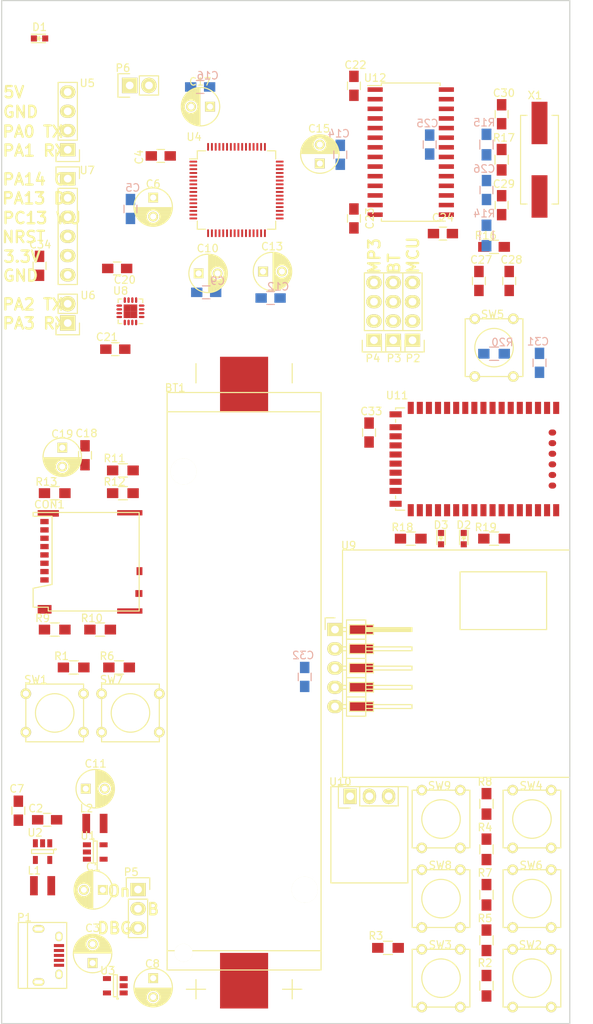
<source format=kicad_pcb>
(kicad_pcb (version 4) (host pcbnew 4.0.2-stable)
  (title_block (title "SenseWalk2: Minimalistic version") (rev 1) (company "University of Central Florida\\nSenior Design G23\\nBenoit Brummer\\n\\n\\n"))
  (layers (0 F.Cu signal) (1 In1.Cu power) (2 In2.Cu power) (31 B.Cu signal) (34 B.Paste user) (35 F.Paste user) (36 B.SilkS user) (37 F.SilkS user) (38 B.Mask user) (39 F.Mask user) (44 Edge.Cuts user))
  (net 0 "")
  (net 1 GND)
  (net 2 +BATT)
  (net 3 +5V)
  (net 4 +3V3)
  (net 5 PD2_SD-CMD)
  (net 6 PC10_SD-D2)
  (net 7 PC11_SD-D3)
  (net 8 PC12_SD-CK)
  (net 9 PC8_SD-D0)
  (net 10 PC9_SD-D1)
  (net 11 PA15_SD-DET)
  (net 12 "Net-(L2-Pad1)")
  (net 13 /in5)
  (net 14 /in6)
  (net 15 /in7)
  (net 16 /in8)
  (net 17 /in1)
  (net 18 /in2)
  (net 19 /in3)
  (net 20 /in4)
  (net 21 PC13_dbg)
  (net 22 NRST)
  (net 23 PC0_MP3-SCL)
  (net 24 PC1_MP3-SDA)
  (net 25 PC2_MAG-MISO)
  (net 26 PA0_las)
  (net 27 PA1_las)
  (net 28 PA2_UART)
  (net 29 PA3_UART)
  (net 30 PA4_BTpcm-Sync)
  (net 31 PA5_MP3-SCK)
  (net 32 PA6_BT-RTS)
  (net 33 PA7_MP3-SDI)
  (net 34 PC4_BT-RX)
  (net 35 PC5_BT-TX)
  (net 36 PB1_BT-CTS)
  (net 37 PB2_BT-GP2)
  (net 38 PB10_MAG-SPC)
  (net 39 "Net-(D1-Pad2)")
  (net 40 PB12_MAG-INT)
  (net 41 PB13_MAG-TRIG)
  (net 42 PB14_MP3-RST)
  (net 43 PB15_MAG-MOSI)
  (net 44 PC6_MP3-DR)
  (net 45 PA9_GPS-RX)
  (net 46 PA13_dbg)
  (net 47 PA14_dbg)
  (net 48 PB3_BTpcm-CLK)
  (net 49 PB5_BTpcm-IN)
  (net 50 PB7_GPS-TX)
  (net 51 PB9_MAG-CS)
  (net 52 "Net-(P4-Pad4)")
  (net 53 "Net-(P4-Pad1)")
  (net 54 "Net-(P4-Pad2)")
  (net 55 "Net-(C26-Pad1)")
  (net 56 "Net-(C28-Pad1)")
  (net 57 "Net-(C29-Pad1)")
  (net 58 "Net-(C27-Pad1)")
  (net 59 "Net-(D2-Pad2)")
  (net 60 "Net-(D2-Pad1)")
  (net 61 "Net-(D3-Pad2)")
  (net 62 "Net-(D3-Pad1)")
  (net 63 "Net-(P3-Pad1)")
  (net 64 "Net-(P3-Pad2)")
  (net 65 "Net-(P3-Pad3)")
  (net 66 "Net-(P3-Pad4)")
  (net 67 "Net-(L1-Pad2)")
  (net 68 "Net-(C3-Pad2)")
  (net 69 "Net-(C26-Pad2)")
  (net 70 "Net-(C30-Pad1)")
  (net 71 PB0_mic)
  (net 72 PB11_BT-GP9)
  (net 73 x-in-1)
  (net 74 x-in-2)
  (net 75 /3VEN)
  (net 76 /5VEN)
  (module con-trougnouf:18650BatteryHolder (layer F.Cu) (at 69 173 270)
    (fp_text reference BT1 (at -81.9 9.1 360) (layer F.SilkS))
    (fp_text value Battery)
    (pad "" np_thru_hole oval (at -70.87 8 270) (size 3.45 3.45) (drill 3.45) (layers *.Cu *.Mask F.SilkS))
    (pad 1 smd rect (at -3.67 0 270) (size 7.34 6.35) (layers F.Cu F.Paste F.Mask) (net 2 +BATT))
    (pad 2 smd rect (at -82.33 0 270) (size 7.34 6.35) (layers F.Cu F.Paste F.Mask) (net 1 GND))
    (pad "" np_thru_hole oval (at -7.34 8 270) (size 2.39 2.39) (drill 2.39) (layers *.Cu *.Mask F.SilkS))
    (pad "" np_thru_hole oval (at -15.67 -8 270) (size 3.45 3.45) (drill 3.45) (layers *.Cu *.Mask F.SilkS))
  )
  (module Capacitors_ThroughHole:C_Radial_D5_L11_P2.5 (layer F.Cu) (at 50.35 157.35 180)
    (fp_text reference C1 (at 1.25 3.05 180) (layer F.SilkS))
    (fp_text value 10uF)
    (pad 1 thru_hole rect (at 0 0 180) (size 1.3 1.3) (drill 0.8) (layers *.Cu *.Mask F.SilkS) (net 75 /3VEN))
    (pad 2 thru_hole circle (at 2.5 0 180) (size 1.3 1.3) (drill 0.8) (layers *.Cu *.Mask F.SilkS) (net 1 GND))
  )
  (module con-trougnouf:MicroSD (layer F.Cu) (at 42.65 112.05 90)
    (fp_text reference CON1 (at 5.55 0.65 180) (layer F.SilkS))
    (fp_text value uSD_Card)
    (pad 6 smd rect (at -2.2 0 90) (size 0.7 1.1) (layers F.Cu F.Paste F.Mask) (net 1 GND))
    (pad 3 smd rect (at 1.1 0 90) (size 0.7 1.1) (layers F.Cu F.Paste F.Mask) (net 5 PD2_SD-CMD))
    (pad ~ smd rect (at 4.38 0.5 90) (size 0.86 2.8) (layers F.Cu F.Paste F.Mask))
    (pad 1 smd rect (at 3.3 0 90) (size 0.7 1.1) (layers F.Cu F.Paste F.Mask) (net 6 PC10_SD-D2))
    (pad 2 smd rect (at 2.2 0 90) (size 0.7 1.1) (layers F.Cu F.Paste F.Mask) (net 7 PC11_SD-D3))
    (pad 4 smd rect (at 0 0 90) (size 0.7 1.1) (layers F.Cu F.Paste F.Mask) (net 4 +3V3))
    (pad 5 smd rect (at -1.1 0 90) (size 0.7 1.1) (layers F.Cu F.Paste F.Mask) (net 8 PC12_SD-CK))
    (pad 7 smd rect (at -3.3 0 90) (size 0.7 1.1) (layers F.Cu F.Paste F.Mask) (net 9 PC8_SD-D0))
    (pad 8 smd rect (at -4.4 0 90) (size 0.7 1.1) (layers F.Cu F.Paste F.Mask) (net 10 PC9_SD-D1))
    (pad ~ smd rect (at -8.28 0.015 90) (size 1.14 1.83) (layers F.Cu F.Paste F.Mask))
    (pad ~ smd rect (at -8.5 11.265 90) (size 0.7 3.33) (layers F.Cu F.Paste F.Mask))
    (pad 6 smd rect (at -6.19 12.465 90) (size 0.9 0.93) (layers F.Cu F.Paste F.Mask) (net 1 GND))
    (pad 9 smd rect (at -3.24 12.54 90) (size 1.05 0.78) (layers F.Cu F.Paste F.Mask) (net 11 PA15_SD-DET))
    (pad ~ smd rect (at 4.46 11.265 90) (size 0.7 3.33) (layers F.Cu F.Paste F.Mask))
  )
  (module BT:RN-52 (layer F.Cu) (at 102 100.5 270)
    (fp_text reference U11 (at -8.4 12.8 360) (layer F.SilkS))
    (fp_text value RN-52)
    (pad 28 smd rect (at 6.75 11 270) (size 1.6 0.8) (layers F.Cu F.Paste F.Mask))
    (pad 27 smd rect (at 5.9 13 270) (size 0.8 1.6) (layers F.Cu F.Paste F.Mask) (net 1 GND))
    (pad 19 smd rect (at -4.2 13 270) (size 0.8 1.6) (layers F.Cu F.Paste F.Mask))
    (pad 1 smd rect (at -6.75 -8.2 270) (size 1.6 0.8) (layers F.Cu F.Paste F.Mask) (net 1 GND))
    (pad 2 smd rect (at -6.75 -7 270) (size 1.6 0.8) (layers F.Cu F.Paste F.Mask) (net 37 PB2_BT-GP2))
    (pad 3 smd rect (at -6.75 -5.8 270) (size 1.6 0.8) (layers F.Cu F.Paste F.Mask))
    (pad 4 smd rect (at -6.75 -4.6 270) (size 1.6 0.8) (layers F.Cu F.Paste F.Mask))
    (pad 5 smd rect (at -6.75 -3.4 270) (size 1.6 0.8) (layers F.Cu F.Paste F.Mask))
    (pad 6 smd rect (at -6.75 -2.2 270) (size 1.6 0.8) (layers F.Cu F.Paste F.Mask))
    (pad 7 smd rect (at -6.75 -1 270) (size 1.6 0.8) (layers F.Cu F.Paste F.Mask))
    (pad 8 smd rect (at -6.75 0.2 270) (size 1.6 0.8) (layers F.Cu F.Paste F.Mask))
    (pad 9 smd rect (at -6.75 1.4 270) (size 1.6 0.8) (layers F.Cu F.Paste F.Mask))
    (pad 10 smd rect (at -6.75 2.6 270) (size 1.6 0.8) (layers F.Cu F.Paste F.Mask))
    (pad 11 smd rect (at -6.75 3.8 270) (size 1.6 0.8) (layers F.Cu F.Paste F.Mask) (net 72 PB11_BT-GP9))
    (pad 12 smd rect (at -6.75 5 270) (size 1.6 0.8) (layers F.Cu F.Paste F.Mask))
    (pad 13 smd rect (at -6.75 6.2 270) (size 1.6 0.8) (layers F.Cu F.Paste F.Mask))
    (pad 14 smd rect (at -6.75 7.4 270) (size 1.6 0.8) (layers F.Cu F.Paste F.Mask) (net 32 PA6_BT-RTS))
    (pad 15 smd rect (at -6.75 8.6 270) (size 1.6 0.8) (layers F.Cu F.Paste F.Mask) (net 36 PB1_BT-CTS))
    (pad 16 smd rect (at -6.75 9.8 270) (size 1.6 0.8) (layers F.Cu F.Paste F.Mask) (net 35 PC5_BT-TX))
    (pad 17 smd rect (at -6.75 11 270) (size 1.6 0.8) (layers F.Cu F.Paste F.Mask) (net 34 PC4_BT-RX))
    (pad 18 smd rect (at -5.9 13 270) (size 0.8 1.6) (layers F.Cu F.Paste F.Mask) (net 1 GND))
    (pad 20 smd rect (at -3 13 270) (size 0.8 1.6) (layers F.Cu F.Paste F.Mask))
    (pad 21 smd rect (at -1.8 13 270) (size 0.8 1.6) (layers F.Cu F.Paste F.Mask) (net 4 +3V3))
    (pad 22 smd rect (at -0.6 13 270) (size 0.8 1.6) (layers F.Cu F.Paste F.Mask) (net 4 +3V3))
    (pad 23 smd rect (at 0.6 13 270) (size 0.8 1.6) (layers F.Cu F.Paste F.Mask) (net 66 "Net-(P3-Pad4)"))
    (pad 24 smd rect (at 1.8 13 270) (size 0.8 1.6) (layers F.Cu F.Paste F.Mask) (net 65 "Net-(P3-Pad3)"))
    (pad 25 smd rect (at 3 13 270) (size 0.8 1.6) (layers F.Cu F.Paste F.Mask) (net 64 "Net-(P3-Pad2)"))
    (pad 26 smd rect (at 4.2 13 270) (size 0.8 1.6) (layers F.Cu F.Paste F.Mask) (net 63 "Net-(P3-Pad1)"))
    (pad 29 smd rect (at 6.75 9.8 270) (size 1.6 0.8) (layers F.Cu F.Paste F.Mask))
    (pad 30 smd rect (at 6.75 8.6 270) (size 1.6 0.8) (layers F.Cu F.Paste F.Mask))
    (pad 31 smd rect (at 6.75 7.4 270) (size 1.6 0.8) (layers F.Cu F.Paste F.Mask))
    (pad 32 smd rect (at 6.75 6.2 270) (size 1.6 0.8) (layers F.Cu F.Paste F.Mask) (net 62 "Net-(D3-Pad1)"))
    (pad 33 smd rect (at 6.75 5 270) (size 1.6 0.8) (layers F.Cu F.Paste F.Mask) (net 60 "Net-(D2-Pad1)"))
    (pad 34 smd rect (at 6.75 3.8 270) (size 1.6 0.8) (layers F.Cu F.Paste F.Mask))
    (pad 35 smd rect (at 6.75 2.6 270) (size 1.6 0.8) (layers F.Cu F.Paste F.Mask))
    (pad 36 smd rect (at 6.75 1.4 270) (size 1.6 0.8) (layers F.Cu F.Paste F.Mask))
    (pad 37 smd rect (at 6.75 0.2 270) (size 1.6 0.8) (layers F.Cu F.Paste F.Mask))
    (pad 38 smd rect (at 6.75 -1 270) (size 1.6 0.8) (layers F.Cu F.Paste F.Mask))
    (pad 39 smd rect (at 6.75 -2.2 270) (size 1.6 0.8) (layers F.Cu F.Paste F.Mask) (net 1 GND))
    (pad 40 smd rect (at 6.75 -3.4 270) (size 1.6 0.8) (layers F.Cu F.Paste F.Mask))
    (pad 41 smd rect (at 6.75 -4.6 270) (size 1.6 0.8) (layers F.Cu F.Paste F.Mask))
    (pad 42 smd rect (at 6.75 -5.8 270) (size 1.6 0.8) (layers F.Cu F.Paste F.Mask))
    (pad 43 smd rect (at 6.75 -7 270) (size 1.6 0.8) (layers F.Cu F.Paste F.Mask))
    (pad 44 smd rect (at 6.75 -8.2 270) (size 1.6 0.8) (layers F.Cu F.Paste F.Mask) (net 1 GND))
    (pad 45 smd oval (at 3.5 -7.7 270) (size 0.8 1) (layers F.Cu F.Paste F.Mask) (net 1 GND))
    (pad 46 smd oval (at 2.1 -7.7 270) (size 0.8 1) (layers F.Cu F.Paste F.Mask) (net 1 GND))
    (pad 47 smd oval (at 0.7 -7.7 270) (size 0.8 1) (layers F.Cu F.Paste F.Mask) (net 1 GND))
    (pad 48 smd oval (at -0.7 -7.7 270) (size 0.8 1) (layers F.Cu F.Paste F.Mask) (net 1 GND))
    (pad 49 smd oval (at -2.1 -7.7 270) (size 0.8 1) (layers F.Cu F.Paste F.Mask) (net 1 GND))
    (pad 50 smd oval (at -3.5 -7.7 270) (size 0.8 1) (layers F.Cu F.Paste F.Mask) (net 1 GND))
  )
  (module Capacitors_ThroughHole:C_Radial_D5_L11_P2.5 (layer F.Cu) (at 49 167 90)
    (fp_text reference C3 (at 4.6 0 180) (layer F.SilkS))
    (fp_text value 1uF)
    (pad 1 thru_hole rect (at 0 0 90) (size 1.3 1.3) (drill 0.8) (layers *.Cu *.Mask F.SilkS) (net 1 GND))
    (pad 2 thru_hole circle (at 2.5 0 90) (size 1.3 1.3) (drill 0.8) (layers *.Cu *.Mask F.SilkS) (net 68 "Net-(C3-Pad2)"))
  )
  (module Capacitors_SMD:C_0805_HandSoldering (layer F.Cu) (at 58 60.5)
    (fp_text reference C4 (at -2.85 0.15 90) (layer F.SilkS))
    (fp_text value 0.1uF)
    (pad 1 smd rect (at -1.25 0) (size 1.5 1.25) (layers F.Cu F.Paste F.Mask) (net 1 GND))
    (pad 2 smd rect (at 1.25 0) (size 1.5 1.25) (layers F.Cu F.Paste F.Mask) (net 4 +3V3))
  )
  (module Capacitors_ThroughHole:C_Radial_D5_L11_P2.5 (layer F.Cu) (at 57 66 270)
    (fp_text reference C6 (at -1.8 0 360) (layer F.SilkS))
    (fp_text value 4.7uF)
    (pad 1 thru_hole rect (at 0 0 270) (size 1.3 1.3) (drill 0.8) (layers *.Cu *.Mask F.SilkS) (net 1 GND))
    (pad 2 thru_hole circle (at 2.5 0 270) (size 1.3 1.3) (drill 0.8) (layers *.Cu *.Mask F.SilkS) (net 4 +3V3))
  )
  (module Capacitors_SMD:C_0805_HandSoldering (layer F.Cu) (at 39.2 146.9 90)
    (fp_text reference C7 (at 2.9 -0.2 180) (layer F.SilkS))
    (fp_text value 10uF)
    (pad 1 smd rect (at -1.25 0 90) (size 1.5 1.25) (layers F.Cu F.Paste F.Mask) (net 3 +5V))
    (pad 2 smd rect (at 1.25 0 90) (size 1.5 1.25) (layers F.Cu F.Paste F.Mask) (net 1 GND))
  )
  (module Capacitors_ThroughHole:C_Radial_D5_L11_P2.5 (layer F.Cu) (at 57 169 270)
    (fp_text reference C8 (at -1.9 0.1 360) (layer F.SilkS))
    (fp_text value 1uF)
    (pad 1 thru_hole rect (at 0 0 270) (size 1.3 1.3) (drill 0.8) (layers *.Cu *.Mask F.SilkS) (net 2 +BATT))
    (pad 2 thru_hole circle (at 2.5 0 270) (size 1.3 1.3) (drill 0.8) (layers *.Cu *.Mask F.SilkS) (net 1 GND))
  )
  (module Capacitors_ThroughHole:C_Radial_D5_L11_P2.5 (layer F.Cu) (at 63 76)
    (fp_text reference C10 (at 1.2 -3.3) (layer F.SilkS))
    (fp_text value 4.7uF)
    (pad 1 thru_hole rect (at 0 0) (size 1.3 1.3) (drill 0.8) (layers *.Cu *.Mask F.SilkS) (net 1 GND))
    (pad 2 thru_hole circle (at 2.5 0) (size 1.3 1.3) (drill 0.8) (layers *.Cu *.Mask F.SilkS) (net 4 +3V3))
  )
  (module Capacitors_ThroughHole:C_Radial_D5_L11_P2.5 (layer F.Cu) (at 64.5 54 180)
    (fp_text reference C17 (at 1.3 3.3 180) (layer F.SilkS))
    (fp_text value 4.7uF)
    (pad 1 thru_hole rect (at 0 0 180) (size 1.3 1.3) (drill 0.8) (layers *.Cu *.Mask F.SilkS) (net 1 GND))
    (pad 2 thru_hole circle (at 2.5 0 180) (size 1.3 1.3) (drill 0.8) (layers *.Cu *.Mask F.SilkS) (net 4 +3V3))
  )
  (module Inductors_NEOSID:Neosid_Inductor_SM-NE29_SMD1008 (layer F.Cu) (at 42.4 156.8 180)
    (fp_text reference L1 (at 1.1 2 180) (layer F.SilkS))
    (fp_text value 4.7uH)
    (pad 2 smd rect (at 1.14554 0 180) (size 1.02108 2.54) (layers F.Cu F.Paste F.Mask) (net 67 "Net-(L1-Pad2)"))
    (pad 1 smd rect (at -1.14554 0 180) (size 1.02108 2.54) (layers F.Cu F.Paste F.Mask) (net 2 +BATT))
  )
  (module Inductors_NEOSID:Neosid_Inductor_SM-NE29_SMD1008 (layer F.Cu) (at 49.31 148.58)
    (fp_text reference L2 (at -1.11 -1.98 180) (layer F.SilkS))
    (fp_text value 4.7uH)
    (pad 2 smd rect (at 1.14554 0) (size 1.02108 2.54) (layers F.Cu F.Paste F.Mask) (net 4 +3V3))
    (pad 1 smd rect (at -1.14554 0) (size 1.02108 2.54) (layers F.Cu F.Paste F.Mask) (net 12 "Net-(L2-Pad1)"))
  )
  (module Connect:USB_Micro-B (layer F.Cu) (at 43 166 270)
    (fp_text reference P1 (at -5 3 360) (layer F.SilkS))
    (fp_text value USB_B)
    (pad 1 smd rect (at -1.3009 -1.56254) (size 1.35 0.4) (layers F.Cu F.Paste F.Mask) (net 68 "Net-(C3-Pad2)"))
    (pad 2 smd rect (at -0.6509 -1.56254) (size 1.35 0.4) (layers F.Cu F.Paste F.Mask))
    (pad 3 smd rect (at -0.0009 -1.56254) (size 1.35 0.4) (layers F.Cu F.Paste F.Mask))
    (pad 4 smd rect (at 0.6491 -1.56254) (size 1.35 0.4) (layers F.Cu F.Paste F.Mask) (net 1 GND))
    (pad 5 smd rect (at 1.2991 -1.56254) (size 1.35 0.4) (layers F.Cu F.Paste F.Mask))
    (pad 6 thru_hole oval (at -2.5009 -1.56254) (size 0.95 1.25) (drill oval 0.55 0.85) (layers *.Cu *.Mask F.SilkS))
    (pad 6 thru_hole oval (at 2.4991 -1.56254) (size 0.95 1.25) (drill oval 0.55 0.85) (layers *.Cu *.Mask F.SilkS))
    (pad 6 thru_hole oval (at -3.5009 1.13746) (size 1.55 1) (drill oval 1.15 0.5) (layers *.Cu *.Mask F.SilkS))
    (pad 6 thru_hole oval (at 3.4991 1.13746) (size 1.55 1) (drill oval 1.15 0.5) (layers *.Cu *.Mask F.SilkS))
  )
  (module Buttons_Switches_ThroughHole:SW_PUSH_SMALL (layer F.Cu) (at 44 134)
    (fp_text reference SW1 (at -2.5 -4.4) (layer F.SilkS))
    (fp_text value SW_PUSH)
    (pad 1 thru_hole circle (at 3.81 -2.54) (size 1.397 1.397) (drill 0.8128) (layers *.Cu *.Mask F.SilkS) (net 13 /in5))
    (pad 2 thru_hole circle (at 3.81 2.54) (size 1.397 1.397) (drill 0.8128) (layers *.Cu *.Mask F.SilkS) (net 4 +3V3))
    (pad 1 thru_hole circle (at -3.81 -2.54) (size 1.397 1.397) (drill 0.8128) (layers *.Cu *.Mask F.SilkS) (net 13 /in5))
    (pad 2 thru_hole circle (at -3.81 2.54) (size 1.397 1.397) (drill 0.8128) (layers *.Cu *.Mask F.SilkS) (net 4 +3V3))
  )
  (module Buttons_Switches_ThroughHole:SW_PUSH_SMALL (layer F.Cu) (at 107 169 270)
    (fp_text reference SW2 (at -4.4 0.2 360) (layer F.SilkS))
    (fp_text value SW_PUSH)
    (pad 1 thru_hole circle (at 3.81 -2.54 270) (size 1.397 1.397) (drill 0.8128) (layers *.Cu *.Mask F.SilkS) (net 14 /in6))
    (pad 2 thru_hole circle (at 3.81 2.54 270) (size 1.397 1.397) (drill 0.8128) (layers *.Cu *.Mask F.SilkS) (net 4 +3V3))
    (pad 1 thru_hole circle (at -3.81 -2.54 270) (size 1.397 1.397) (drill 0.8128) (layers *.Cu *.Mask F.SilkS) (net 14 /in6))
    (pad 2 thru_hole circle (at -3.81 2.54 270) (size 1.397 1.397) (drill 0.8128) (layers *.Cu *.Mask F.SilkS) (net 4 +3V3))
  )
  (module Buttons_Switches_ThroughHole:SW_PUSH_SMALL (layer F.Cu) (at 95 169 90)
    (fp_text reference SW3 (at 4.4 -0.1 180) (layer F.SilkS))
    (fp_text value SW_PUSH)
    (pad 1 thru_hole circle (at 3.81 -2.54 90) (size 1.397 1.397) (drill 0.8128) (layers *.Cu *.Mask F.SilkS) (net 15 /in7))
    (pad 2 thru_hole circle (at 3.81 2.54 90) (size 1.397 1.397) (drill 0.8128) (layers *.Cu *.Mask F.SilkS) (net 4 +3V3))
    (pad 1 thru_hole circle (at -3.81 -2.54 90) (size 1.397 1.397) (drill 0.8128) (layers *.Cu *.Mask F.SilkS) (net 15 /in7))
    (pad 2 thru_hole circle (at -3.81 2.54 90) (size 1.397 1.397) (drill 0.8128) (layers *.Cu *.Mask F.SilkS) (net 4 +3V3))
  )
  (module Buttons_Switches_ThroughHole:SW_PUSH_SMALL (layer F.Cu) (at 107 148 270)
    (fp_text reference SW4 (at -4.4 0.1 360) (layer F.SilkS))
    (fp_text value SW_PUSH)
    (pad 1 thru_hole circle (at 3.81 -2.54 270) (size 1.397 1.397) (drill 0.8128) (layers *.Cu *.Mask F.SilkS) (net 16 /in8))
    (pad 2 thru_hole circle (at 3.81 2.54 270) (size 1.397 1.397) (drill 0.8128) (layers *.Cu *.Mask F.SilkS) (net 4 +3V3))
    (pad 1 thru_hole circle (at -3.81 -2.54 270) (size 1.397 1.397) (drill 0.8128) (layers *.Cu *.Mask F.SilkS) (net 16 /in8))
    (pad 2 thru_hole circle (at -3.81 2.54 270) (size 1.397 1.397) (drill 0.8128) (layers *.Cu *.Mask F.SilkS) (net 4 +3V3))
  )
  (module Buttons_Switches_ThroughHole:SW_PUSH_SMALL (layer F.Cu) (at 107 158.5 270)
    (fp_text reference SW6 (at -4.4 0.1 360) (layer F.SilkS))
    (fp_text value SW_PUSH)
    (pad 1 thru_hole circle (at 3.81 -2.54 270) (size 1.397 1.397) (drill 0.8128) (layers *.Cu *.Mask F.SilkS) (net 17 /in1))
    (pad 2 thru_hole circle (at 3.81 2.54 270) (size 1.397 1.397) (drill 0.8128) (layers *.Cu *.Mask F.SilkS) (net 4 +3V3))
    (pad 1 thru_hole circle (at -3.81 -2.54 270) (size 1.397 1.397) (drill 0.8128) (layers *.Cu *.Mask F.SilkS) (net 17 /in1))
    (pad 2 thru_hole circle (at -3.81 2.54 270) (size 1.397 1.397) (drill 0.8128) (layers *.Cu *.Mask F.SilkS) (net 4 +3V3))
  )
  (module Buttons_Switches_ThroughHole:SW_PUSH_SMALL (layer F.Cu) (at 54 134)
    (fp_text reference SW7 (at -2.5 -4.4) (layer F.SilkS))
    (fp_text value SW_PUSH)
    (pad 1 thru_hole circle (at 3.81 -2.54) (size 1.397 1.397) (drill 0.8128) (layers *.Cu *.Mask F.SilkS) (net 18 /in2))
    (pad 2 thru_hole circle (at 3.81 2.54) (size 1.397 1.397) (drill 0.8128) (layers *.Cu *.Mask F.SilkS) (net 4 +3V3))
    (pad 1 thru_hole circle (at -3.81 -2.54) (size 1.397 1.397) (drill 0.8128) (layers *.Cu *.Mask F.SilkS) (net 18 /in2))
    (pad 2 thru_hole circle (at -3.81 2.54) (size 1.397 1.397) (drill 0.8128) (layers *.Cu *.Mask F.SilkS) (net 4 +3V3))
  )
  (module Buttons_Switches_ThroughHole:SW_PUSH_SMALL (layer F.Cu) (at 95 158.5 90)
    (fp_text reference SW8 (at 4.4 -0.1 180) (layer F.SilkS))
    (fp_text value SW_PUSH)
    (pad 1 thru_hole circle (at 3.81 -2.54 90) (size 1.397 1.397) (drill 0.8128) (layers *.Cu *.Mask F.SilkS) (net 19 /in3))
    (pad 2 thru_hole circle (at 3.81 2.54 90) (size 1.397 1.397) (drill 0.8128) (layers *.Cu *.Mask F.SilkS) (net 4 +3V3))
    (pad 1 thru_hole circle (at -3.81 -2.54 90) (size 1.397 1.397) (drill 0.8128) (layers *.Cu *.Mask F.SilkS) (net 19 /in3))
    (pad 2 thru_hole circle (at -3.81 2.54 90) (size 1.397 1.397) (drill 0.8128) (layers *.Cu *.Mask F.SilkS) (net 4 +3V3))
  )
  (module Buttons_Switches_ThroughHole:SW_PUSH_SMALL (layer F.Cu) (at 95 148 90)
    (fp_text reference SW9 (at 4.4 -0.2 180) (layer F.SilkS))
    (fp_text value SW_PUSH)
    (pad 1 thru_hole circle (at 3.81 -2.54 90) (size 1.397 1.397) (drill 0.8128) (layers *.Cu *.Mask F.SilkS) (net 20 /in4))
    (pad 2 thru_hole circle (at 3.81 2.54 90) (size 1.397 1.397) (drill 0.8128) (layers *.Cu *.Mask F.SilkS) (net 4 +3V3))
    (pad 1 thru_hole circle (at -3.81 -2.54 90) (size 1.397 1.397) (drill 0.8128) (layers *.Cu *.Mask F.SilkS) (net 20 /in4))
    (pad 2 thru_hole circle (at -3.81 2.54 90) (size 1.397 1.397) (drill 0.8128) (layers *.Cu *.Mask F.SilkS) (net 4 +3V3))
  )
  (module TO_SOT_Packages_SMD:SOT-23-5 (layer F.Cu) (at 42.4 152.3 270)
    (fp_text reference U2 (at -2.5 1 360) (layer F.SilkS))
    (fp_text value XC9140)
    (pad 1 smd rect (at -1.1 -0.95 270) (size 1.06 0.65) (layers F.Cu F.Paste F.Mask) (net 76 /5VEN))
    (pad 2 smd rect (at -1.1 0 270) (size 1.06 0.65) (layers F.Cu F.Paste F.Mask) (net 1 GND))
    (pad 3 smd rect (at -1.1 0.95 270) (size 1.06 0.65) (layers F.Cu F.Paste F.Mask) (net 2 +BATT))
    (pad 4 smd rect (at 1.1 0.95 270) (size 1.06 0.65) (layers F.Cu F.Paste F.Mask) (net 3 +5V))
    (pad 5 smd rect (at 1.1 -0.95 270) (size 1.06 0.65) (layers F.Cu F.Paste F.Mask) (net 67 "Net-(L1-Pad2)"))
  )
  (module TO_SOT_Packages_SMD:SOT-23-5 (layer F.Cu) (at 52 170 180)
    (fp_text reference U3 (at 1 2 180) (layer F.SilkS))
    (fp_text value MCP73811/2)
    (pad 1 smd rect (at -1.1 -0.95 180) (size 1.06 0.65) (layers F.Cu F.Paste F.Mask) (net 68 "Net-(C3-Pad2)"))
    (pad 2 smd rect (at -1.1 0 180) (size 1.06 0.65) (layers F.Cu F.Paste F.Mask) (net 1 GND))
    (pad 3 smd rect (at -1.1 0.95 180) (size 1.06 0.65) (layers F.Cu F.Paste F.Mask) (net 2 +BATT))
    (pad 4 smd rect (at 1.1 0.95 180) (size 1.06 0.65) (layers F.Cu F.Paste F.Mask) (net 68 "Net-(C3-Pad2)"))
    (pad 5 smd rect (at 1.1 -0.95 180) (size 1.06 0.65) (layers F.Cu F.Paste F.Mask) (net 68 "Net-(C3-Pad2)"))
  )
  (module Housings_QFP:LQFP-64_10x10mm_Pitch0.5mm (layer F.Cu) (at 68 65)
    (fp_text reference U4 (at -5.6 -7) (layer F.SilkS))
    (fp_text value STM32L476R)
    (pad 1 smd rect (at -5.7 -3.75) (size 1 0.25) (layers F.Cu F.Paste F.Mask) (net 4 +3V3))
    (pad 2 smd rect (at -5.7 -3.25) (size 1 0.25) (layers F.Cu F.Paste F.Mask) (net 21 PC13_dbg))
    (pad 3 smd rect (at -5.7 -2.75) (size 1 0.25) (layers F.Cu F.Paste F.Mask) (net 13 /in5))
    (pad 4 smd rect (at -5.7 -2.25) (size 1 0.25) (layers F.Cu F.Paste F.Mask) (net 14 /in6))
    (pad 5 smd rect (at -5.7 -1.75) (size 1 0.25) (layers F.Cu F.Paste F.Mask) (net 15 /in7))
    (pad 6 smd rect (at -5.7 -1.25) (size 1 0.25) (layers F.Cu F.Paste F.Mask) (net 16 /in8))
    (pad 7 smd rect (at -5.7 -0.75) (size 1 0.25) (layers F.Cu F.Paste F.Mask) (net 22 NRST))
    (pad 8 smd rect (at -5.7 -0.25) (size 1 0.25) (layers F.Cu F.Paste F.Mask) (net 23 PC0_MP3-SCL))
    (pad 9 smd rect (at -5.7 0.25) (size 1 0.25) (layers F.Cu F.Paste F.Mask) (net 24 PC1_MP3-SDA))
    (pad 10 smd rect (at -5.7 0.75) (size 1 0.25) (layers F.Cu F.Paste F.Mask) (net 25 PC2_MAG-MISO))
    (pad 11 smd rect (at -5.7 1.25) (size 1 0.25) (layers F.Cu F.Paste F.Mask))
    (pad 12 smd rect (at -5.7 1.75) (size 1 0.25) (layers F.Cu F.Paste F.Mask) (net 1 GND))
    (pad 13 smd rect (at -5.7 2.25) (size 1 0.25) (layers F.Cu F.Paste F.Mask) (net 4 +3V3))
    (pad 14 smd rect (at -5.7 2.75) (size 1 0.25) (layers F.Cu F.Paste F.Mask) (net 26 PA0_las))
    (pad 15 smd rect (at -5.7 3.25) (size 1 0.25) (layers F.Cu F.Paste F.Mask) (net 27 PA1_las))
    (pad 16 smd rect (at -5.7 3.75) (size 1 0.25) (layers F.Cu F.Paste F.Mask) (net 28 PA2_UART))
    (pad 17 smd rect (at -3.75 5.7 90) (size 1 0.25) (layers F.Cu F.Paste F.Mask) (net 29 PA3_UART))
    (pad 18 smd rect (at -3.25 5.7 90) (size 1 0.25) (layers F.Cu F.Paste F.Mask) (net 1 GND))
    (pad 19 smd rect (at -2.75 5.7 90) (size 1 0.25) (layers F.Cu F.Paste F.Mask) (net 4 +3V3))
    (pad 20 smd rect (at -2.25 5.7 90) (size 1 0.25) (layers F.Cu F.Paste F.Mask) (net 30 PA4_BTpcm-Sync))
    (pad 21 smd rect (at -1.75 5.7 90) (size 1 0.25) (layers F.Cu F.Paste F.Mask) (net 31 PA5_MP3-SCK))
    (pad 22 smd rect (at -1.25 5.7 90) (size 1 0.25) (layers F.Cu F.Paste F.Mask) (net 32 PA6_BT-RTS))
    (pad 23 smd rect (at -0.75 5.7 90) (size 1 0.25) (layers F.Cu F.Paste F.Mask) (net 33 PA7_MP3-SDI))
    (pad 24 smd rect (at -0.25 5.7 90) (size 1 0.25) (layers F.Cu F.Paste F.Mask) (net 34 PC4_BT-RX))
    (pad 25 smd rect (at 0.25 5.7 90) (size 1 0.25) (layers F.Cu F.Paste F.Mask) (net 35 PC5_BT-TX))
    (pad 26 smd rect (at 0.75 5.7 90) (size 1 0.25) (layers F.Cu F.Paste F.Mask) (net 71 PB0_mic))
    (pad 27 smd rect (at 1.25 5.7 90) (size 1 0.25) (layers F.Cu F.Paste F.Mask) (net 36 PB1_BT-CTS))
    (pad 28 smd rect (at 1.75 5.7 90) (size 1 0.25) (layers F.Cu F.Paste F.Mask) (net 37 PB2_BT-GP2))
    (pad 29 smd rect (at 2.25 5.7 90) (size 1 0.25) (layers F.Cu F.Paste F.Mask) (net 38 PB10_MAG-SPC))
    (pad 30 smd rect (at 2.75 5.7 90) (size 1 0.25) (layers F.Cu F.Paste F.Mask) (net 72 PB11_BT-GP9))
    (pad 31 smd rect (at 3.25 5.7 90) (size 1 0.25) (layers F.Cu F.Paste F.Mask) (net 1 GND))
    (pad 32 smd rect (at 3.75 5.7 90) (size 1 0.25) (layers F.Cu F.Paste F.Mask) (net 4 +3V3))
    (pad 33 smd rect (at 5.7 3.75) (size 1 0.25) (layers F.Cu F.Paste F.Mask) (net 40 PB12_MAG-INT))
    (pad 34 smd rect (at 5.7 3.25) (size 1 0.25) (layers F.Cu F.Paste F.Mask) (net 41 PB13_MAG-TRIG))
    (pad 35 smd rect (at 5.7 2.75) (size 1 0.25) (layers F.Cu F.Paste F.Mask) (net 42 PB14_MP3-RST))
    (pad 36 smd rect (at 5.7 2.25) (size 1 0.25) (layers F.Cu F.Paste F.Mask) (net 43 PB15_MAG-MOSI))
    (pad 37 smd rect (at 5.7 1.75) (size 1 0.25) (layers F.Cu F.Paste F.Mask) (net 44 PC6_MP3-DR))
    (pad 38 smd rect (at 5.7 1.25) (size 1 0.25) (layers F.Cu F.Paste F.Mask) (net 76 /5VEN))
    (pad 39 smd rect (at 5.7 0.75) (size 1 0.25) (layers F.Cu F.Paste F.Mask) (net 9 PC8_SD-D0))
    (pad 40 smd rect (at 5.7 0.25) (size 1 0.25) (layers F.Cu F.Paste F.Mask) (net 10 PC9_SD-D1))
    (pad 41 smd rect (at 5.7 -0.25) (size 1 0.25) (layers F.Cu F.Paste F.Mask) (net 17 /in1))
    (pad 42 smd rect (at 5.7 -0.75) (size 1 0.25) (layers F.Cu F.Paste F.Mask) (net 45 PA9_GPS-RX))
    (pad 43 smd rect (at 5.7 -1.25) (size 1 0.25) (layers F.Cu F.Paste F.Mask) (net 18 /in2))
    (pad 44 smd rect (at 5.7 -1.75) (size 1 0.25) (layers F.Cu F.Paste F.Mask) (net 19 /in3))
    (pad 45 smd rect (at 5.7 -2.25) (size 1 0.25) (layers F.Cu F.Paste F.Mask) (net 20 /in4))
    (pad 46 smd rect (at 5.7 -2.75) (size 1 0.25) (layers F.Cu F.Paste F.Mask) (net 46 PA13_dbg))
    (pad 47 smd rect (at 5.7 -3.25) (size 1 0.25) (layers F.Cu F.Paste F.Mask) (net 1 GND))
    (pad 48 smd rect (at 5.7 -3.75) (size 1 0.25) (layers F.Cu F.Paste F.Mask) (net 4 +3V3))
    (pad 49 smd rect (at 3.75 -5.7 90) (size 1 0.25) (layers F.Cu F.Paste F.Mask) (net 47 PA14_dbg))
    (pad 50 smd rect (at 3.25 -5.7 90) (size 1 0.25) (layers F.Cu F.Paste F.Mask) (net 11 PA15_SD-DET))
    (pad 51 smd rect (at 2.75 -5.7 90) (size 1 0.25) (layers F.Cu F.Paste F.Mask) (net 6 PC10_SD-D2))
    (pad 52 smd rect (at 2.25 -5.7 90) (size 1 0.25) (layers F.Cu F.Paste F.Mask) (net 7 PC11_SD-D3))
    (pad 53 smd rect (at 1.75 -5.7 90) (size 1 0.25) (layers F.Cu F.Paste F.Mask) (net 8 PC12_SD-CK))
    (pad 54 smd rect (at 1.25 -5.7 90) (size 1 0.25) (layers F.Cu F.Paste F.Mask) (net 5 PD2_SD-CMD))
    (pad 55 smd rect (at 0.75 -5.7 90) (size 1 0.25) (layers F.Cu F.Paste F.Mask) (net 48 PB3_BTpcm-CLK))
    (pad 56 smd rect (at 0.25 -5.7 90) (size 1 0.25) (layers F.Cu F.Paste F.Mask) (net 73 x-in-1))
    (pad 57 smd rect (at -0.25 -5.7 90) (size 1 0.25) (layers F.Cu F.Paste F.Mask) (net 49 PB5_BTpcm-IN))
    (pad 58 smd rect (at -0.75 -5.7 90) (size 1 0.25) (layers F.Cu F.Paste F.Mask) (net 74 x-in-2))
    (pad 59 smd rect (at -1.25 -5.7 90) (size 1 0.25) (layers F.Cu F.Paste F.Mask) (net 50 PB7_GPS-TX))
    (pad 60 smd rect (at -1.75 -5.7 90) (size 1 0.25) (layers F.Cu F.Paste F.Mask))
    (pad 61 smd rect (at -2.25 -5.7 90) (size 1 0.25) (layers F.Cu F.Paste F.Mask) (net 39 "Net-(D1-Pad2)"))
    (pad 62 smd rect (at -2.75 -5.7 90) (size 1 0.25) (layers F.Cu F.Paste F.Mask) (net 51 PB9_MAG-CS))
    (pad 63 smd rect (at -3.25 -5.7 90) (size 1 0.25) (layers F.Cu F.Paste F.Mask) (net 1 GND))
    (pad 64 smd rect (at -3.75 -5.7 90) (size 1 0.25) (layers F.Cu F.Paste F.Mask) (net 4 +3V3))
  )
  (module con-trougnouf:Socket_Strip_Straight_1x04_3467 (layer F.Cu) (at 45.72 59.69 90)
    (fp_text reference U5 (at 8.79 2.58 180) (layer F.SilkS))
    (fp_text value Lightware_SF10/A)
    (pad 3 thru_hole rect (at 0 0 90) (size 1.7272 2.032) (drill 1.016) (layers *.Cu *.Mask F.SilkS) (net 27 PA1_las))
    (pad 4 thru_hole oval (at 2.54 0 90) (size 1.7272 2.032) (drill 1.016) (layers *.Cu *.Mask F.SilkS) (net 26 PA0_las))
    (pad 6 thru_hole oval (at 5.08 0 90) (size 1.7272 2.032) (drill 1.016) (layers *.Cu *.Mask F.SilkS) (net 1 GND))
    (pad 7 thru_hole oval (at 7.62 0 90) (size 1.7272 2.032) (drill 1.016) (layers *.Cu *.Mask F.SilkS) (net 3 +5V))
  )
  (module Housings_DFN_QFN:QFN-16-1EP_3x3mm_Pitch0.5mm (layer F.Cu) (at 54 81 180)
    (fp_text reference U8 (at 1.3 2.7 360) (layer F.SilkS))
    (fp_text value MLX90393)
    (pad 1 smd oval (at -1.475 -0.75 180) (size 0.75 0.3) (layers F.Cu F.Paste F.Mask) (net 40 PB12_MAG-INT))
    (pad 2 smd oval (at -1.475 -0.25 180) (size 0.75 0.3) (layers F.Cu F.Paste F.Mask) (net 51 PB9_MAG-CS))
    (pad 3 smd oval (at -1.475 0.25 180) (size 0.75 0.3) (layers F.Cu F.Paste F.Mask) (net 38 PB10_MAG-SPC))
    (pad 4 smd oval (at -1.475 0.75 180) (size 0.75 0.3) (layers F.Cu F.Paste F.Mask))
    (pad 5 smd oval (at -0.75 1.475 270) (size 0.75 0.3) (layers F.Cu F.Paste F.Mask) (net 43 PB15_MAG-MOSI))
    (pad 6 smd oval (at -0.25 1.475 270) (size 0.75 0.3) (layers F.Cu F.Paste F.Mask) (net 25 PC2_MAG-MISO))
    (pad 7 smd oval (at 0.25 1.475 270) (size 0.75 0.3) (layers F.Cu F.Paste F.Mask) (net 41 PB13_MAG-TRIG))
    (pad 8 smd oval (at 0.75 1.475 270) (size 0.75 0.3) (layers F.Cu F.Paste F.Mask) (net 4 +3V3))
    (pad 9 smd oval (at 1.475 0.75 180) (size 0.75 0.3) (layers F.Cu F.Paste F.Mask))
    (pad 10 smd oval (at 1.475 0.25 180) (size 0.75 0.3) (layers F.Cu F.Paste F.Mask))
    (pad 11 smd oval (at 1.475 -0.25 180) (size 0.75 0.3) (layers F.Cu F.Paste F.Mask) (net 1 GND))
    (pad 12 smd oval (at 1.475 -0.75 180) (size 0.75 0.3) (layers F.Cu F.Paste F.Mask) (net 1 GND))
    (pad 13 smd oval (at 0.75 -1.475 270) (size 0.75 0.3) (layers F.Cu F.Paste F.Mask) (net 1 GND))
    (pad 14 smd oval (at 0.25 -1.475 270) (size 0.75 0.3) (layers F.Cu F.Paste F.Mask))
    (pad 15 smd oval (at -0.25 -1.475 270) (size 0.75 0.3) (layers F.Cu F.Paste F.Mask) (net 4 +3V3))
    (pad 16 smd oval (at -0.75 -1.475 270) (size 0.75 0.3) (layers F.Cu F.Paste F.Mask))
    (pad 17 smd rect (at 0.45 0.45 180) (size 0.9 0.9) (layers F.Cu F.Paste F.Mask))
    (pad 17 smd rect (at 0.45 -0.45 180) (size 0.9 0.9) (layers F.Cu F.Paste F.Mask))
    (pad 17 smd rect (at -0.45 0.45 180) (size 0.9 0.9) (layers F.Cu F.Paste F.Mask))
    (pad 17 smd rect (at -0.45 -0.45 180) (size 0.9 0.9) (layers F.Cu F.Paste F.Mask))
  )
  (module Housings_SOIC:SOIC-28_7.5x17.9mm_Pitch1.27mm (layer F.Cu) (at 91 60)
    (fp_text reference U12 (at -4.7 -9.8) (layer F.SilkS))
    (fp_text value STA013)
    (pad 1 smd rect (at -4.7 -8.255) (size 2 0.6) (layers F.Cu F.Paste F.Mask) (net 4 +3V3))
    (pad 2 smd rect (at -4.7 -6.985) (size 2 0.6) (layers F.Cu F.Paste F.Mask) (net 1 GND))
    (pad 3 smd rect (at -4.7 -5.715) (size 2 0.6) (layers F.Cu F.Paste F.Mask) (net 24 PC1_MP3-SDA))
    (pad 4 smd rect (at -4.7 -4.445) (size 2 0.6) (layers F.Cu F.Paste F.Mask) (net 23 PC0_MP3-SCL))
    (pad 5 smd rect (at -4.7 -3.175) (size 2 0.6) (layers F.Cu F.Paste F.Mask) (net 33 PA7_MP3-SDI))
    (pad 6 smd rect (at -4.7 -1.905) (size 2 0.6) (layers F.Cu F.Paste F.Mask) (net 31 PA5_MP3-SCK))
    (pad 7 smd rect (at -4.7 -0.635) (size 2 0.6) (layers F.Cu F.Paste F.Mask) (net 4 +3V3))
    (pad 8 smd rect (at -4.7 0.635) (size 2 0.6) (layers F.Cu F.Paste F.Mask) (net 4 +3V3))
    (pad 9 smd rect (at -4.7 1.905) (size 2 0.6) (layers F.Cu F.Paste F.Mask) (net 52 "Net-(P4-Pad4)"))
    (pad 10 smd rect (at -4.7 3.175) (size 2 0.6) (layers F.Cu F.Paste F.Mask) (net 53 "Net-(P4-Pad1)"))
    (pad 11 smd rect (at -4.7 4.445) (size 2 0.6) (layers F.Cu F.Paste F.Mask) (net 54 "Net-(P4-Pad2)"))
    (pad 12 smd rect (at -4.7 5.715) (size 2 0.6) (layers F.Cu F.Paste F.Mask))
    (pad 13 smd rect (at -4.7 6.985) (size 2 0.6) (layers F.Cu F.Paste F.Mask) (net 1 GND))
    (pad 14 smd rect (at -4.7 8.255) (size 2 0.6) (layers F.Cu F.Paste F.Mask) (net 4 +3V3))
    (pad 15 smd rect (at 4.7 8.255) (size 2 0.6) (layers F.Cu F.Paste F.Mask) (net 1 GND))
    (pad 16 smd rect (at 4.7 6.985) (size 2 0.6) (layers F.Cu F.Paste F.Mask) (net 4 +3V3))
    (pad 17 smd rect (at 4.7 5.715) (size 2 0.6) (layers F.Cu F.Paste F.Mask) (net 69 "Net-(C26-Pad2)"))
    (pad 18 smd rect (at 4.7 4.445) (size 2 0.6) (layers F.Cu F.Paste F.Mask) (net 55 "Net-(C26-Pad1)"))
    (pad 19 smd rect (at 4.7 3.175) (size 2 0.6) (layers F.Cu F.Paste F.Mask) (net 58 "Net-(C27-Pad1)"))
    (pad 20 smd rect (at 4.7 1.905) (size 2 0.6) (layers F.Cu F.Paste F.Mask) (net 57 "Net-(C29-Pad1)"))
    (pad 21 smd rect (at 4.7 0.635) (size 2 0.6) (layers F.Cu F.Paste F.Mask) (net 70 "Net-(C30-Pad1)"))
    (pad 22 smd rect (at 4.7 -0.635) (size 2 0.6) (layers F.Cu F.Paste F.Mask) (net 1 GND))
    (pad 23 smd rect (at 4.7 -1.905) (size 2 0.6) (layers F.Cu F.Paste F.Mask) (net 4 +3V3))
    (pad 24 smd rect (at 4.7 -3.175) (size 2 0.6) (layers F.Cu F.Paste F.Mask) (net 4 +3V3))
    (pad 25 smd rect (at 4.7 -4.445) (size 2 0.6) (layers F.Cu F.Paste F.Mask) (net 1 GND))
    (pad 26 smd rect (at 4.7 -5.715) (size 2 0.6) (layers F.Cu F.Paste F.Mask) (net 42 PB14_MP3-RST))
    (pad 27 smd rect (at 4.7 -6.985) (size 2 0.6) (layers F.Cu F.Paste F.Mask) (net 1 GND))
    (pad 28 smd rect (at 4.7 -8.255) (size 2 0.6) (layers F.Cu F.Paste F.Mask) (net 44 PC6_MP3-DR))
  )
  (module Capacitors_SMD:C_0805_HandSoldering (layer F.Cu) (at 48 100 90)
    (fp_text reference C19 (at 2.8 -3 180) (layer F.SilkS))
    (fp_text value 0.1uF)
    (pad 1 smd rect (at -1.25 0 90) (size 1.5 1.25) (layers F.Cu F.Paste F.Mask) (net 4 +3V3))
    (pad 2 smd rect (at 1.25 0 90) (size 1.5 1.25) (layers F.Cu F.Paste F.Mask) (net 1 GND))
  )
  (module Capacitors_SMD:C_0805_HandSoldering (layer F.Cu) (at 52.25 75.35 180)
    (fp_text reference C20 (at -1 -1.5 180) (layer F.SilkS))
    (fp_text value 0.1uF)
    (pad 1 smd rect (at -1.25 0 180) (size 1.5 1.25) (layers F.Cu F.Paste F.Mask) (net 1 GND))
    (pad 2 smd rect (at 1.25 0 180) (size 1.5 1.25) (layers F.Cu F.Paste F.Mask) (net 4 +3V3))
  )
  (module Capacitors_SMD:C_0805_HandSoldering (layer F.Cu) (at 52 86)
    (fp_text reference C21 (at -1.1 -1.6 180) (layer F.SilkS))
    (fp_text value 0.1uF)
    (pad 1 smd rect (at -1.25 0) (size 1.5 1.25) (layers F.Cu F.Paste F.Mask) (net 1 GND))
    (pad 2 smd rect (at 1.25 0) (size 1.5 1.25) (layers F.Cu F.Paste F.Mask) (net 4 +3V3))
  )
  (module Capacitors_SMD:C_0805_HandSoldering (layer F.Cu) (at 83.5 51.25 90)
    (fp_text reference C22 (at 2.75 0.2 180) (layer F.SilkS))
    (fp_text value 0.1uF)
    (pad 1 smd rect (at -1.25 0 90) (size 1.5 1.25) (layers F.Cu F.Paste F.Mask) (net 1 GND))
    (pad 2 smd rect (at 1.25 0 90) (size 1.5 1.25) (layers F.Cu F.Paste F.Mask) (net 4 +3V3))
  )
  (module Capacitors_SMD:C_0805_HandSoldering (layer F.Cu) (at 83.5 68.75 270)
    (fp_text reference C23 (at 0 -2.1 270) (layer F.SilkS))
    (fp_text value 0.1uF)
    (pad 1 smd rect (at -1.25 0 270) (size 1.5 1.25) (layers F.Cu F.Paste F.Mask) (net 1 GND))
    (pad 2 smd rect (at 1.25 0 270) (size 1.5 1.25) (layers F.Cu F.Paste F.Mask) (net 4 +3V3))
  )
  (module Capacitors_SMD:C_0805_HandSoldering (layer F.Cu) (at 95.25 70.75)
    (fp_text reference C24 (at 0 -2.1) (layer F.SilkS))
    (fp_text value 0.1uF)
    (pad 1 smd rect (at -1.25 0) (size 1.5 1.25) (layers F.Cu F.Paste F.Mask) (net 1 GND))
    (pad 2 smd rect (at 1.25 0) (size 1.5 1.25) (layers F.Cu F.Paste F.Mask) (net 4 +3V3))
  )
  (module Capacitors_SMD:C_0805_HandSoldering (layer B.Cu) (at 93.5 59 90)
    (fp_text reference C25 (at 2.8 -0.3 180) (layer B.SilkS) (effects (justify mirror)))
    (fp_text value 0.1uF)
    (pad 1 smd rect (at -1.25 0 90) (size 1.5 1.25) (layers B.Cu B.Paste B.Mask) (net 1 GND))
    (pad 2 smd rect (at 1.25 0 90) (size 1.5 1.25) (layers B.Cu B.Paste B.Mask) (net 4 +3V3))
  )
  (module Capacitors_SMD:C_0805_HandSoldering (layer B.Cu) (at 101 65 270)
    (fp_text reference C26 (at -2.8 0.3 360) (layer B.SilkS) (effects (justify mirror)))
    (fp_text value 0.1uF)
    (pad 1 smd rect (at -1.25 0 270) (size 1.5 1.25) (layers B.Cu B.Paste B.Mask) (net 55 "Net-(C26-Pad1)"))
    (pad 2 smd rect (at 1.25 0 270) (size 1.5 1.25) (layers B.Cu B.Paste B.Mask) (net 69 "Net-(C26-Pad2)"))
  )
  (module Capacitors_SMD:C_0805_HandSoldering (layer F.Cu) (at 100 77 270)
    (fp_text reference C27 (at -2.8 -0.3 360) (layer F.SilkS))
    (fp_text value 470pF)
    (pad 1 smd rect (at -1.25 0 270) (size 1.5 1.25) (layers F.Cu F.Paste F.Mask) (net 58 "Net-(C27-Pad1)"))
    (pad 2 smd rect (at 1.25 0 270) (size 1.5 1.25) (layers F.Cu F.Paste F.Mask) (net 1 GND))
  )
  (module Capacitors_SMD:C_0805_HandSoldering (layer F.Cu) (at 104 77 270)
    (fp_text reference C28 (at -2.8 -0.3 360) (layer F.SilkS))
    (fp_text value 4.7nF)
    (pad 1 smd rect (at -1.25 0 270) (size 1.5 1.25) (layers F.Cu F.Paste F.Mask) (net 56 "Net-(C28-Pad1)"))
    (pad 2 smd rect (at 1.25 0 270) (size 1.5 1.25) (layers F.Cu F.Paste F.Mask) (net 1 GND))
  )
  (module Capacitors_SMD:C_0805_HandSoldering (layer F.Cu) (at 103 67 270)
    (fp_text reference C29 (at -2.8 -0.3 360) (layer F.SilkS))
    (fp_text value 22pF)
    (pad 1 smd rect (at -1.25 0 270) (size 1.5 1.25) (layers F.Cu F.Paste F.Mask) (net 57 "Net-(C29-Pad1)"))
    (pad 2 smd rect (at 1.25 0 270) (size 1.5 1.25) (layers F.Cu F.Paste F.Mask) (net 1 GND))
  )
  (module Capacitors_SMD:C_0805_HandSoldering (layer F.Cu) (at 103 55 90)
    (fp_text reference C30 (at 2.8 0.3 180) (layer F.SilkS))
    (fp_text value 22pF)
    (pad 1 smd rect (at -1.25 0 90) (size 1.5 1.25) (layers F.Cu F.Paste F.Mask) (net 70 "Net-(C30-Pad1)"))
    (pad 2 smd rect (at 1.25 0 90) (size 1.5 1.25) (layers F.Cu F.Paste F.Mask) (net 1 GND))
  )
  (module LEDs:LED_0603 (layer F.Cu) (at 42 45)
    (fp_text reference D1 (at 0 -1.5) (layer F.SilkS))
    (fp_text value Led_Small)
    (pad 2 smd rect (at 0.7493 0 180) (size 0.79756 0.79756) (layers F.Cu F.Paste F.Mask) (net 39 "Net-(D1-Pad2)"))
    (pad 1 smd rect (at -0.7493 0 180) (size 0.79756 0.79756) (layers F.Cu F.Paste F.Mask) (net 1 GND))
  )
  (module LEDs:LED_0603 (layer F.Cu) (at 98 111 270)
    (fp_text reference D2 (at -1.8 0 360) (layer F.SilkS))
    (fp_text value Led_B)
    (pad 2 smd rect (at 0.7493 0 90) (size 0.79756 0.79756) (layers F.Cu F.Paste F.Mask) (net 59 "Net-(D2-Pad2)"))
    (pad 1 smd rect (at -0.7493 0 90) (size 0.79756 0.79756) (layers F.Cu F.Paste F.Mask) (net 60 "Net-(D2-Pad1)"))
  )
  (module LEDs:LED_0603 (layer F.Cu) (at 95 111 270)
    (fp_text reference D3 (at -1.8 0 360) (layer F.SilkS))
    (fp_text value Led_R)
    (pad 2 smd rect (at 0.7493 0 90) (size 0.79756 0.79756) (layers F.Cu F.Paste F.Mask) (net 61 "Net-(D3-Pad2)"))
    (pad 1 smd rect (at -0.7493 0 90) (size 0.79756 0.79756) (layers F.Cu F.Paste F.Mask) (net 62 "Net-(D3-Pad1)"))
  )
  (module Pin_Headers:Pin_Header_Straight_1x04 (layer F.Cu) (at 91.23 84.82 180)
    (fp_text reference P2 (at -0.07 -2.38 180) (layer F.SilkS))
    (fp_text value CONN_01X04)
    (pad 1 thru_hole rect (at 0 0 180) (size 2.032 1.7272) (drill 1.016) (layers *.Cu *.Mask F.SilkS) (net 48 PB3_BTpcm-CLK))
    (pad 2 thru_hole oval (at 0 2.54 180) (size 2.032 1.7272) (drill 1.016) (layers *.Cu *.Mask F.SilkS) (net 30 PA4_BTpcm-Sync))
    (pad 3 thru_hole oval (at 0 5.08 180) (size 2.032 1.7272) (drill 1.016) (layers *.Cu *.Mask F.SilkS))
    (pad 4 thru_hole oval (at 0 7.62 180) (size 2.032 1.7272) (drill 1.016) (layers *.Cu *.Mask F.SilkS) (net 49 PB5_BTpcm-IN))
  )
  (module Pin_Headers:Pin_Header_Straight_1x04 (layer F.Cu) (at 88.69 84.82 180)
    (fp_text reference P3 (at -0.11 -2.38 180) (layer F.SilkS))
    (fp_text value CONN_01X04)
    (pad 1 thru_hole rect (at 0 0 180) (size 2.032 1.7272) (drill 1.016) (layers *.Cu *.Mask F.SilkS) (net 63 "Net-(P3-Pad1)"))
    (pad 2 thru_hole oval (at 0 2.54 180) (size 2.032 1.7272) (drill 1.016) (layers *.Cu *.Mask F.SilkS) (net 64 "Net-(P3-Pad2)"))
    (pad 3 thru_hole oval (at 0 5.08 180) (size 2.032 1.7272) (drill 1.016) (layers *.Cu *.Mask F.SilkS) (net 65 "Net-(P3-Pad3)"))
    (pad 4 thru_hole oval (at 0 7.62 180) (size 2.032 1.7272) (drill 1.016) (layers *.Cu *.Mask F.SilkS) (net 66 "Net-(P3-Pad4)"))
  )
  (module Pin_Headers:Pin_Header_Straight_1x04 (layer F.Cu) (at 86.15 84.82 180)
    (fp_text reference P4 (at 0.15 -2.38 180) (layer F.SilkS))
    (fp_text value CONN_01X04)
    (pad 1 thru_hole rect (at 0 0 180) (size 2.032 1.7272) (drill 1.016) (layers *.Cu *.Mask F.SilkS) (net 53 "Net-(P4-Pad1)"))
    (pad 2 thru_hole oval (at 0 2.54 180) (size 2.032 1.7272) (drill 1.016) (layers *.Cu *.Mask F.SilkS) (net 54 "Net-(P4-Pad2)"))
    (pad 3 thru_hole oval (at 0 5.08 180) (size 2.032 1.7272) (drill 1.016) (layers *.Cu *.Mask F.SilkS))
    (pad 4 thru_hole oval (at 0 7.62 180) (size 2.032 1.7272) (drill 1.016) (layers *.Cu *.Mask F.SilkS) (net 52 "Net-(P4-Pad4)"))
  )
  (module Resistors_SMD:R_0805_HandSoldering (layer F.Cu) (at 46.5 128 180)
    (fp_text reference R1 (at 1.6 1.5 180) (layer F.SilkS))
    (fp_text value 10K)
    (pad 1 smd rect (at -1.35 0 180) (size 1.5 1.3) (layers F.Cu F.Paste F.Mask) (net 1 GND))
    (pad 2 smd rect (at 1.35 0 180) (size 1.5 1.3) (layers F.Cu F.Paste F.Mask) (net 13 /in5))
  )
  (module Resistors_SMD:R_0805_HandSoldering (layer F.Cu) (at 101 170 90)
    (fp_text reference R2 (at 3 -0.2 180) (layer F.SilkS))
    (fp_text value 10K)
    (pad 1 smd rect (at -1.35 0 90) (size 1.5 1.3) (layers F.Cu F.Paste F.Mask) (net 1 GND))
    (pad 2 smd rect (at 1.35 0 90) (size 1.5 1.3) (layers F.Cu F.Paste F.Mask) (net 14 /in6))
  )
  (module Resistors_SMD:R_0805_HandSoldering (layer F.Cu) (at 88 165)
    (fp_text reference R3 (at -1.6 -1.6) (layer F.SilkS))
    (fp_text value 10K)
    (pad 1 smd rect (at -1.35 0) (size 1.5 1.3) (layers F.Cu F.Paste F.Mask) (net 1 GND))
    (pad 2 smd rect (at 1.35 0) (size 1.5 1.3) (layers F.Cu F.Paste F.Mask) (net 15 /in7))
  )
  (module Resistors_SMD:R_0805_HandSoldering (layer F.Cu) (at 101 152 270)
    (fp_text reference R4 (at -2.9 0.2 360) (layer F.SilkS))
    (fp_text value 10K)
    (pad 1 smd rect (at -1.35 0 270) (size 1.5 1.3) (layers F.Cu F.Paste F.Mask) (net 1 GND))
    (pad 2 smd rect (at 1.35 0 270) (size 1.5 1.3) (layers F.Cu F.Paste F.Mask) (net 16 /in8))
  )
  (module Resistors_SMD:R_0805_HandSoldering (layer F.Cu) (at 101 164 270)
    (fp_text reference R5 (at -2.9 0.2 360) (layer F.SilkS))
    (fp_text value 10K)
    (pad 1 smd rect (at -1.35 0 270) (size 1.5 1.3) (layers F.Cu F.Paste F.Mask) (net 1 GND))
    (pad 2 smd rect (at 1.35 0 270) (size 1.5 1.3) (layers F.Cu F.Paste F.Mask) (net 17 /in1))
  )
  (module Resistors_SMD:R_0805_HandSoldering (layer F.Cu) (at 52.5 128)
    (fp_text reference R6 (at -1.6 -1.5) (layer F.SilkS))
    (fp_text value 10K)
    (pad 1 smd rect (at -1.35 0) (size 1.5 1.3) (layers F.Cu F.Paste F.Mask) (net 1 GND))
    (pad 2 smd rect (at 1.35 0) (size 1.5 1.3) (layers F.Cu F.Paste F.Mask) (net 18 /in2))
  )
  (module Resistors_SMD:R_0805_HandSoldering (layer F.Cu) (at 101 158 90)
    (fp_text reference R7 (at 2.9 -0.2 180) (layer F.SilkS))
    (fp_text value 10K)
    (pad 1 smd rect (at -1.35 0 90) (size 1.5 1.3) (layers F.Cu F.Paste F.Mask) (net 1 GND))
    (pad 2 smd rect (at 1.35 0 90) (size 1.5 1.3) (layers F.Cu F.Paste F.Mask) (net 19 /in3))
  )
  (module Resistors_SMD:R_0805_HandSoldering (layer F.Cu) (at 101 146 90)
    (fp_text reference R8 (at 2.9 -0.2 180) (layer F.SilkS))
    (fp_text value 10K)
    (pad 1 smd rect (at -1.35 0 90) (size 1.5 1.3) (layers F.Cu F.Paste F.Mask) (net 1 GND))
    (pad 2 smd rect (at 1.35 0 90) (size 1.5 1.3) (layers F.Cu F.Paste F.Mask) (net 20 /in4))
  )
  (module Resistors_SMD:R_0805_HandSoldering (layer F.Cu) (at 44 123)
    (fp_text reference R9 (at -1.6 -1.5) (layer F.SilkS))
    (fp_text value 47K)
    (pad 1 smd rect (at -1.35 0) (size 1.5 1.3) (layers F.Cu F.Paste F.Mask) (net 10 PC9_SD-D1))
    (pad 2 smd rect (at 1.35 0) (size 1.5 1.3) (layers F.Cu F.Paste F.Mask) (net 4 +3V3))
  )
  (module Resistors_SMD:R_0805_HandSoldering (layer F.Cu) (at 50 123)
    (fp_text reference R10 (at -1.1 -1.5) (layer F.SilkS))
    (fp_text value 47K)
    (pad 1 smd rect (at -1.35 0) (size 1.5 1.3) (layers F.Cu F.Paste F.Mask) (net 9 PC8_SD-D0))
    (pad 2 smd rect (at 1.35 0) (size 1.5 1.3) (layers F.Cu F.Paste F.Mask) (net 4 +3V3))
  )
  (module Resistors_SMD:R_0805_HandSoldering (layer F.Cu) (at 53 102)
    (fp_text reference R11 (at -1.1 -1.6) (layer F.SilkS))
    (fp_text value 47K)
    (pad 1 smd rect (at -1.35 0) (size 1.5 1.3) (layers F.Cu F.Paste F.Mask) (net 5 PD2_SD-CMD))
    (pad 2 smd rect (at 1.35 0) (size 1.5 1.3) (layers F.Cu F.Paste F.Mask) (net 4 +3V3))
  )
  (module Resistors_SMD:R_0805_HandSoldering (layer F.Cu) (at 53 105 180)
    (fp_text reference R12 (at 1.1 1.5 180) (layer F.SilkS))
    (fp_text value 47K)
    (pad 1 smd rect (at -1.35 0 180) (size 1.5 1.3) (layers F.Cu F.Paste F.Mask) (net 4 +3V3))
    (pad 2 smd rect (at 1.35 0 180) (size 1.5 1.3) (layers F.Cu F.Paste F.Mask) (net 7 PC11_SD-D3))
  )
  (module Resistors_SMD:R_0805_HandSoldering (layer F.Cu) (at 44 105 180)
    (fp_text reference R13 (at 1.1 1.5 180) (layer F.SilkS))
    (fp_text value 47K)
    (pad 1 smd rect (at -1.35 0 180) (size 1.5 1.3) (layers F.Cu F.Paste F.Mask) (net 4 +3V3))
    (pad 2 smd rect (at 1.35 0 180) (size 1.5 1.3) (layers F.Cu F.Paste F.Mask) (net 6 PC10_SD-D2))
  )
  (module Resistors_SMD:R_0805_HandSoldering (layer B.Cu) (at 101 71 90)
    (fp_text reference R14 (at 2.9 -0.3 180) (layer B.SilkS) (effects (justify mirror)))
    (fp_text value 4.7)
    (pad 1 smd rect (at -1.35 0 90) (size 1.5 1.3) (layers B.Cu B.Paste B.Mask) (net 4 +3V3))
    (pad 2 smd rect (at 1.35 0 90) (size 1.5 1.3) (layers B.Cu B.Paste B.Mask) (net 69 "Net-(C26-Pad2)"))
  )
  (module Resistors_SMD:R_0805_HandSoldering (layer B.Cu) (at 101 59 270)
    (fp_text reference R15 (at -2.9 0.3 360) (layer B.SilkS) (effects (justify mirror)))
    (fp_text value 4.7)
    (pad 1 smd rect (at -1.35 0 270) (size 1.5 1.3) (layers B.Cu B.Paste B.Mask) (net 1 GND))
    (pad 2 smd rect (at 1.35 0 270) (size 1.5 1.3) (layers B.Cu B.Paste B.Mask) (net 55 "Net-(C26-Pad1)"))
  )
  (module Resistors_SMD:R_0805_HandSoldering (layer F.Cu) (at 102 72.5)
    (fp_text reference R16 (at -1.1 -1.5) (layer F.SilkS))
    (fp_text value 1k)
    (pad 1 smd rect (at -1.35 0) (size 1.5 1.3) (layers F.Cu F.Paste F.Mask) (net 58 "Net-(C27-Pad1)"))
    (pad 2 smd rect (at 1.35 0) (size 1.5 1.3) (layers F.Cu F.Paste F.Mask) (net 56 "Net-(C28-Pad1)"))
  )
  (module Resistors_SMD:R_0805_HandSoldering (layer F.Cu) (at 103 61 270)
    (fp_text reference R17 (at -2.9 -0.3 360) (layer F.SilkS))
    (fp_text value 1M)
    (pad 1 smd rect (at -1.35 0 270) (size 1.5 1.3) (layers F.Cu F.Paste F.Mask) (net 70 "Net-(C30-Pad1)"))
    (pad 2 smd rect (at 1.35 0 270) (size 1.5 1.3) (layers F.Cu F.Paste F.Mask) (net 57 "Net-(C29-Pad1)"))
  )
  (module Resistors_SMD:R_0805_HandSoldering (layer F.Cu) (at 91 111 180)
    (fp_text reference R18 (at 1.1 1.5 180) (layer F.SilkS))
    (fp_text value 470)
    (pad 1 smd rect (at -1.35 0 180) (size 1.5 1.3) (layers F.Cu F.Paste F.Mask) (net 4 +3V3))
    (pad 2 smd rect (at 1.35 0 180) (size 1.5 1.3) (layers F.Cu F.Paste F.Mask) (net 61 "Net-(D3-Pad2)"))
  )
  (module Resistors_SMD:R_0805_HandSoldering (layer F.Cu) (at 102 111)
    (fp_text reference R19 (at -1.1 -1.5) (layer F.SilkS))
    (fp_text value 47)
    (pad 1 smd rect (at -1.35 0) (size 1.5 1.3) (layers F.Cu F.Paste F.Mask) (net 4 +3V3))
    (pad 2 smd rect (at 1.35 0) (size 1.5 1.3) (layers F.Cu F.Paste F.Mask) (net 59 "Net-(D2-Pad2)"))
  )
  (module Crystals:Crystal_HC49-SD_SMD (layer F.Cu) (at 108 61 90)
    (fp_text reference X1 (at 8.5 -0.6 180) (layer F.SilkS))
    (fp_text value 14.7456MHz)
    (pad 1 smd rect (at -4.84886 0 90) (size 5.6007 2.10058) (layers F.Cu F.Paste F.Mask) (net 57 "Net-(C29-Pad1)"))
    (pad 2 smd rect (at 4.84886 0 90) (size 5.6007 2.10058) (layers F.Cu F.Paste F.Mask) (net 70 "Net-(C30-Pad1)"))
  )
  (module Capacitors_SMD:C_0805_HandSoldering (layer F.Cu) (at 43 148.1)
    (fp_text reference C2 (at -1.5 -1.5) (layer F.SilkS))
    (fp_text value 4.7uF)
    (pad 1 smd rect (at -1.25 0) (size 1.5 1.25) (layers F.Cu F.Paste F.Mask) (net 2 +BATT))
    (pad 2 smd rect (at 1.25 0) (size 1.5 1.25) (layers F.Cu F.Paste F.Mask) (net 1 GND))
  )
  (module Capacitors_SMD:C_0805_HandSoldering (layer B.Cu) (at 54 67.5 270)
    (fp_text reference C5 (at -2.8 -0.3 360) (layer B.SilkS) (effects (justify mirror)))
    (fp_text value 0.1uF)
    (pad 1 smd rect (at -1.25 0 270) (size 1.5 1.25) (layers B.Cu B.Paste B.Mask) (net 1 GND))
    (pad 2 smd rect (at 1.25 0 270) (size 1.5 1.25) (layers B.Cu B.Paste B.Mask) (net 4 +3V3))
  )
  (module Capacitors_SMD:C_0805_HandSoldering (layer B.Cu) (at 64 78.5)
    (fp_text reference C9 (at 1.5 -1.5 180) (layer B.SilkS) (effects (justify mirror)))
    (fp_text value 0.1uF)
    (pad 1 smd rect (at -1.25 0) (size 1.5 1.25) (layers B.Cu B.Paste B.Mask) (net 1 GND))
    (pad 2 smd rect (at 1.25 0) (size 1.5 1.25) (layers B.Cu B.Paste B.Mask) (net 4 +3V3))
  )
  (module Capacitors_ThroughHole:C_Radial_D5_L11_P2.5 (layer F.Cu) (at 48.1 144)
    (fp_text reference C11 (at 1.3 -3.3 180) (layer F.SilkS))
    (fp_text value 10uF)
    (pad 1 thru_hole rect (at 0 0) (size 1.3 1.3) (drill 0.8) (layers *.Cu *.Mask F.SilkS) (net 1 GND))
    (pad 2 thru_hole circle (at 2.5 0) (size 1.3 1.3) (drill 0.8) (layers *.Cu *.Mask F.SilkS) (net 4 +3V3))
  )
  (module Capacitors_SMD:C_0805_HandSoldering (layer B.Cu) (at 72.5 79.25)
    (fp_text reference C12 (at 1 -1.5) (layer B.SilkS) (effects (justify mirror)))
    (fp_text value 0.1uF)
    (pad 1 smd rect (at -1.25 0) (size 1.5 1.25) (layers B.Cu B.Paste B.Mask) (net 1 GND))
    (pad 2 smd rect (at 1.25 0) (size 1.5 1.25) (layers B.Cu B.Paste B.Mask) (net 4 +3V3))
  )
  (module Capacitors_ThroughHole:C_Radial_D5_L11_P2.5 (layer F.Cu) (at 71.5 75.75)
    (fp_text reference C13 (at 1.2 -3.3) (layer F.SilkS))
    (fp_text value 4.7uF)
    (pad 1 thru_hole rect (at 0 0) (size 1.3 1.3) (drill 0.8) (layers *.Cu *.Mask F.SilkS) (net 1 GND))
    (pad 2 thru_hole circle (at 2.5 0) (size 1.3 1.3) (drill 0.8) (layers *.Cu *.Mask F.SilkS) (net 4 +3V3))
  )
  (module Capacitors_SMD:C_0805_HandSoldering (layer B.Cu) (at 81.7 60.35 90)
    (fp_text reference C14 (at 2.8 -0.2 360) (layer B.SilkS) (effects (justify mirror)))
    (fp_text value 0.1uF)
    (pad 1 smd rect (at -1.25 0 90) (size 1.5 1.25) (layers B.Cu B.Paste B.Mask) (net 1 GND))
    (pad 2 smd rect (at 1.25 0 90) (size 1.5 1.25) (layers B.Cu B.Paste B.Mask) (net 4 +3V3))
  )
  (module Capacitors_ThroughHole:C_Radial_D5_L11_P2.5 (layer F.Cu) (at 79 61.5 90)
    (fp_text reference C15 (at 4.6 -0.1 180) (layer F.SilkS))
    (fp_text value 4.7uF)
    (pad 1 thru_hole rect (at 0 0 90) (size 1.3 1.3) (drill 0.8) (layers *.Cu *.Mask F.SilkS) (net 1 GND))
    (pad 2 thru_hole circle (at 2.5 0 90) (size 1.3 1.3) (drill 0.8) (layers *.Cu *.Mask F.SilkS) (net 4 +3V3))
  )
  (module Capacitors_SMD:C_0805_HandSoldering (layer B.Cu) (at 63.2 51.4 180)
    (fp_text reference C16 (at -1 1.5 180) (layer B.SilkS) (effects (justify mirror)))
    (fp_text value 0.1uF)
    (pad 1 smd rect (at -1.25 0 180) (size 1.5 1.25) (layers B.Cu B.Paste B.Mask) (net 1 GND))
    (pad 2 smd rect (at 1.25 0 180) (size 1.5 1.25) (layers B.Cu B.Paste B.Mask) (net 4 +3V3))
  )
  (module Capacitors_ThroughHole:C_Radial_D5_L11_P2.5 (layer F.Cu) (at 45 99 270)
    (fp_text reference C18 (at -1.9 -3.2 360) (layer F.SilkS))
    (fp_text value 47uF)
    (pad 1 thru_hole rect (at 0 0 270) (size 1.3 1.3) (drill 0.8) (layers *.Cu *.Mask F.SilkS) (net 1 GND))
    (pad 2 thru_hole circle (at 2.5 0 270) (size 1.3 1.3) (drill 0.8) (layers *.Cu *.Mask F.SilkS) (net 4 +3V3))
  )
  (module TO_SOT_Packages_SMD:SOT-23-5 (layer F.Cu) (at 49.35 152.35)
    (fp_text reference U1 (at -0.95 -2.15 180) (layer F.SilkS))
    (fp_text value PAM2301)
    (pad 1 smd rect (at -1.1 -0.95) (size 1.06 0.65) (layers F.Cu F.Paste F.Mask) (net 75 /3VEN))
    (pad 2 smd rect (at -1.1 0) (size 1.06 0.65) (layers F.Cu F.Paste F.Mask) (net 1 GND))
    (pad 3 smd rect (at -1.1 0.95) (size 1.06 0.65) (layers F.Cu F.Paste F.Mask) (net 12 "Net-(L2-Pad1)"))
    (pad 4 smd rect (at 1.1 0.95) (size 1.06 0.65) (layers F.Cu F.Paste F.Mask) (net 75 /3VEN))
    (pad 5 smd rect (at 1.1 -0.95) (size 1.06 0.65) (layers F.Cu F.Paste F.Mask) (net 4 +3V3))
  )
  (module con-trougnouf:LS20031+H (layer F.Cu) (at 81 123)
    (fp_text reference U9 (at 1.8 -11.1) (layer F.SilkS))
    (fp_text value LS20031)
    (pad 5 thru_hole rect (at 0 0) (size 2.032 1.7272) (drill 1.016) (layers *.Cu *.Mask F.SilkS) (net 1 GND))
    (pad 4 thru_hole oval (at 0 2.54) (size 2.032 1.7272) (drill 1.016) (layers *.Cu *.Mask F.SilkS) (net 1 GND))
    (pad 3 thru_hole oval (at 0 5.08) (size 2.032 1.7272) (drill 1.016) (layers *.Cu *.Mask F.SilkS) (net 50 PB7_GPS-TX))
    (pad 2 thru_hole oval (at 0 7.62) (size 2.032 1.7272) (drill 1.016) (layers *.Cu *.Mask F.SilkS) (net 45 PA9_GPS-RX))
    (pad 1 thru_hole oval (at 0 10.16) (size 2.032 1.7272) (drill 1.016) (layers *.Cu *.Mask F.SilkS) (net 4 +3V3))
    (pad 5 smd rect (at 3.49 0) (size 3.05 1.27) (layers F.Cu F.Paste F.Mask) (net 1 GND))
    (pad 4 smd rect (at 3.49 2.54) (size 3.05 1.27) (layers F.Cu F.Paste F.Mask) (net 1 GND))
    (pad 3 smd rect (at 3.49 5.08) (size 3.05 1.27) (layers F.Cu F.Paste F.Mask) (net 50 PB7_GPS-TX))
    (pad 2 smd rect (at 3.49 7.62) (size 3.05 1.27) (layers F.Cu F.Paste F.Mask) (net 45 PA9_GPS-RX))
    (pad 1 smd rect (at 3.49 10.16) (size 3.05 1.27) (layers F.Cu F.Paste F.Mask) (net 4 +3V3))
  )
  (module con-trougnouf:INMP401-bb (layer F.Cu) (at 83 145 90)
    (fp_text reference U10 (at 1.9 -1.3 180) (layer F.SilkS))
    (fp_text value ADMP401-BB)
    (pad 1 thru_hole rect (at 0 0 90) (size 2.032 1.7272) (drill 1.016) (layers *.Cu *.Mask F.SilkS) (net 71 PB0_mic))
    (pad 2 thru_hole oval (at 0 2.54 90) (size 2.032 1.7272) (drill 1.016) (layers *.Cu *.Mask F.SilkS) (net 1 GND))
    (pad 3 thru_hole oval (at 0 5.08 90) (size 2.032 1.7272) (drill 1.016) (layers *.Cu *.Mask F.SilkS) (net 4 +3V3))
  )
  (module Capacitors_SMD:C_0805_HandSoldering (layer B.Cu) (at 108 87.8 90)
    (fp_text reference C31 (at 2.8 -0.2 180) (layer B.SilkS) (effects (justify mirror)))
    (fp_text value 0.1uF)
    (pad 1 smd rect (at -1.25 0 90) (size 1.5 1.25) (layers B.Cu B.Paste B.Mask) (net 1 GND))
    (pad 2 smd rect (at 1.25 0 90) (size 1.5 1.25) (layers B.Cu B.Paste B.Mask) (net 4 +3V3))
  )
  (module Pin_Headers:Pin_Header_Straight_1x03 (layer F.Cu) (at 55 157.3)
    (fp_text reference P5 (at -0.9 -2.3) (layer F.SilkS))
    (fp_text value CONN_01X03)
    (pad 1 thru_hole rect (at 0 0) (size 2.032 1.7272) (drill 1.016) (layers *.Cu *.Mask F.SilkS) (net 75 /3VEN))
    (pad 2 thru_hole oval (at 0 2.54) (size 2.032 1.7272) (drill 1.016) (layers *.Cu *.Mask F.SilkS) (net 2 +BATT))
    (pad 3 thru_hole oval (at 0 5.08) (size 2.032 1.7272) (drill 1.016) (layers *.Cu *.Mask F.SilkS))
  )
  (module Socket_Strips:Socket_Strip_Straight_1x02 (layer F.Cu) (at 53.9 51.2)
    (fp_text reference P6 (at -0.9 -2.3) (layer F.SilkS))
    (fp_text value CONN_01X02)
    (pad 1 thru_hole rect (at 0 0) (size 2.032 2.032) (drill 1.016) (layers *.Cu *.Mask F.SilkS) (net 74 x-in-2))
    (pad 2 thru_hole oval (at 2.54 0) (size 2.032 2.032) (drill 1.016) (layers *.Cu *.Mask F.SilkS) (net 73 x-in-1))
  )
  (module Resistors_SMD:R_0805_HandSoldering (layer B.Cu) (at 102 86.6 180)
    (fp_text reference R20 (at -1.1 1.5 180) (layer B.SilkS) (effects (justify mirror)))
    (fp_text value 10K)
    (pad 1 smd rect (at -1.35 0 180) (size 1.5 1.3) (layers B.Cu B.Paste B.Mask) (net 4 +3V3))
    (pad 2 smd rect (at 1.35 0 180) (size 1.5 1.3) (layers B.Cu B.Paste B.Mask) (net 22 NRST))
  )
  (module Buttons_Switches_ThroughHole:SW_PUSH_SMALL (layer F.Cu) (at 102 85.8 90)
    (fp_text reference SW5 (at 4.4 -0.2 180) (layer F.SilkS))
    (fp_text value SW_PUSH)
    (pad 1 thru_hole circle (at 3.81 -2.54 90) (size 1.397 1.397) (drill 0.8128) (layers *.Cu *.Mask F.SilkS) (net 22 NRST))
    (pad 2 thru_hole circle (at 3.81 2.54 90) (size 1.397 1.397) (drill 0.8128) (layers *.Cu *.Mask F.SilkS) (net 1 GND))
    (pad 1 thru_hole circle (at -3.81 -2.54 90) (size 1.397 1.397) (drill 0.8128) (layers *.Cu *.Mask F.SilkS) (net 22 NRST))
    (pad 2 thru_hole circle (at -3.81 2.54 90) (size 1.397 1.397) (drill 0.8128) (layers *.Cu *.Mask F.SilkS) (net 1 GND))
  )
  (module Socket_Strips:Socket_Strip_Straight_1x02 (layer F.Cu) (at 45.72 82.55 90)
    (fp_text reference U6 (at 3.65 2.68 180) (layer F.SilkS))
    (fp_text value UART)
    (pad 1 thru_hole rect (at 0 0 90) (size 2.032 2.032) (drill 1.016) (layers *.Cu *.Mask F.SilkS) (net 29 PA3_UART))
    (pad 2 thru_hole oval (at 2.54 0 90) (size 2.032 2.032) (drill 1.016) (layers *.Cu *.Mask F.SilkS) (net 28 PA2_UART))
  )
  (module Socket_Strips:Socket_Strip_Straight_1x06 (layer F.Cu) (at 45.72 63.5 270)
    (fp_text reference U7 (at -1.1 -2.58 360) (layer F.SilkS))
    (fp_text value DebugPins)
    (pad 1 thru_hole rect (at 0 0 270) (size 1.7272 2.032) (drill 1.016) (layers *.Cu *.Mask F.SilkS) (net 47 PA14_dbg))
    (pad 2 thru_hole oval (at 2.54 0 270) (size 1.7272 2.032) (drill 1.016) (layers *.Cu *.Mask F.SilkS) (net 46 PA13_dbg))
    (pad 3 thru_hole oval (at 5.08 0 270) (size 1.7272 2.032) (drill 1.016) (layers *.Cu *.Mask F.SilkS) (net 21 PC13_dbg))
    (pad 4 thru_hole oval (at 7.62 0 270) (size 1.7272 2.032) (drill 1.016) (layers *.Cu *.Mask F.SilkS) (net 22 NRST))
    (pad 5 thru_hole oval (at 10.16 0 270) (size 1.7272 2.032) (drill 1.016) (layers *.Cu *.Mask F.SilkS) (net 4 +3V3))
    (pad 6 thru_hole oval (at 12.7 0 270) (size 1.7272 2.032) (drill 1.016) (layers *.Cu *.Mask F.SilkS) (net 1 GND))
  )
  (module Capacitors_SMD:C_0805_HandSoldering (layer B.Cu) (at 77 129.25 90)
    (fp_text reference C32 (at 2.85 -0.2 180) (layer B.SilkS) (effects (justify mirror)))
    (fp_text value 0.1uF)
    (pad 1 smd rect (at -1.25 0 90) (size 1.5 1.25) (layers B.Cu B.Paste B.Mask) (net 4 +3V3))
    (pad 2 smd rect (at 1.25 0 90) (size 1.5 1.25) (layers B.Cu B.Paste B.Mask) (net 1 GND))
  )
  (module Capacitors_SMD:C_0805_HandSoldering (layer F.Cu) (at 85.5 97 90)
    (fp_text reference C33 (at 2.8 0.3 180) (layer F.SilkS))
    (fp_text value 0.1uF)
    (pad 1 smd rect (at -1.25 0 90) (size 1.5 1.25) (layers F.Cu F.Paste F.Mask) (net 4 +3V3))
    (pad 2 smd rect (at 1.25 0 90) (size 1.5 1.25) (layers F.Cu F.Paste F.Mask) (net 1 GND))
  )
  (module Capacitors_SMD:C_0805_HandSoldering (layer F.Cu) (at 42 75 270)
    (fp_text reference C34 (at -2.8 -0.1 360) (layer F.SilkS))
    (fp_text value 0.1uF)
    (pad 1 smd rect (at -1.25 0 270) (size 1.5 1.25) (layers F.Cu F.Paste F.Mask) (net 4 +3V3))
    (pad 2 smd rect (at 1.25 0 270) (size 1.5 1.25) (layers F.Cu F.Paste F.Mask) (net 1 GND))
  )
  (gr_text DBG (at 51.9 162.4) (layer F.SilkS) (effects (font (size 1.5 1.5) (thickness 0.3))))
  (gr_text On (at 52.5 157.5) (layer F.SilkS) (effects (font (size 1.5 1.5) (thickness 0.3))))
  (gr_text B (at 57 159.9) (layer F.SilkS) (effects (font (size 1.5 1.5) (thickness 0.3))))
  (gr_text MP3 (at 86.2 73.7 90) (layer F.SilkS) (effects (font (size 1.5 1.5) (thickness 0.3))))
  (gr_text MCU (at 91.3 73.6 90) (layer F.SilkS) (effects (font (size 1.5 1.5) (thickness 0.3))))
  (gr_text BT (at 88.8 74.7 90) (layer F.SilkS) (effects (font (size 1.5 1.5) (thickness 0.3))))
  (gr_text "PA3 RX" (at 41.3 82.6) (layer F.SilkS) (effects (font (size 1.5 1.5) (thickness 0.3))))
  (gr_text "PA2 TX" (at 41.1 80.1) (layer F.SilkS) (effects (font (size 1.5 1.5) (thickness 0.3))))
  (gr_text GND (at 39.5 76.3) (layer F.SilkS) (effects (font (size 1.5 1.5) (thickness 0.3))))
  (gr_text 3.3V (at 39.7 73.8) (layer F.SilkS) (effects (font (size 1.5 1.5) (thickness 0.3))))
  (gr_text NRST (at 39.9 71.2) (layer F.SilkS) (effects (font (size 1.5 1.5) (thickness 0.3))))
  (gr_text "PC13 WU" (at 42.3 68.7) (layer F.SilkS) (effects (font (size 1.5 1.5) (thickness 0.3))))
  (gr_text "PA13 DI" (at 41.6 66.1) (layer F.SilkS) (effects (font (size 1.5 1.5) (thickness 0.3))))
  (gr_text "PA14 CL" (at 41.9 63.6) (layer F.SilkS) (effects (font (size 1.5 1.5) (thickness 0.3))))
  (gr_text "PA1 RX" (at 41.3 59.8) (layer F.SilkS) (effects (font (size 1.5 1.5) (thickness 0.3))))
  (gr_text "PA0 TX" (at 41.1 57.3) (layer F.SilkS) (effects (font (size 1.5 1.5) (thickness 0.3))))
  (gr_text GND (at 39.5 54.7) (layer F.SilkS) (effects (font (size 1.5 1.5) (thickness 0.3))))
  (gr_text 5V (at 38.6 52.1) (layer F.SilkS) (effects (font (size 1.5 1.5) (thickness 0.3))))
  (gr_line (start 112 175) (end 37 175) (angle 90) (layer Edge.Cuts) (width 0.15))
  (gr_line (start 112 40) (end 112 175) (angle 90) (layer Edge.Cuts) (width 0.15))
  (gr_line (start 37 40) (end 112 40) (angle 90) (layer Edge.Cuts) (width 0.15))
  (gr_line (start 37 175) (end 37 40) (angle 90) (layer Edge.Cuts) (width 0.15))
)
</source>
